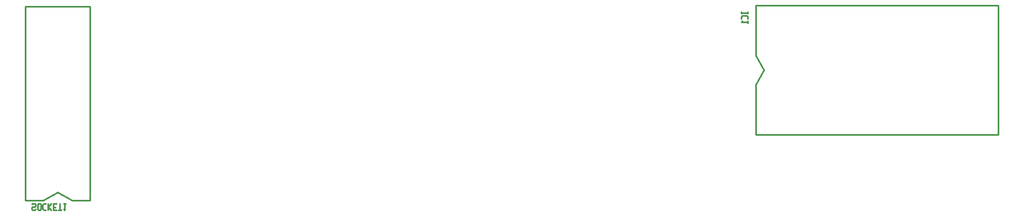
<source format=gbr>
G04 start of page 9 for group -4078 idx -4078 *
G04 Title: (unknown), bottomsilk *
G04 Creator: pcb 20110918 *
G04 CreationDate: Fri 10 Jan 2014 09:42:05 PM GMT UTC *
G04 For: vince *
G04 Format: Gerber/RS-274X *
G04 PCB-Dimensions: 1000000 160000 *
G04 PCB-Coordinate-Origin: lower left *
%MOIN*%
%FSLAX25Y25*%
%LNBOTTOMSILK*%
%ADD50C,0.0100*%
G54D50*X490000Y140500D02*X640000D01*
Y60500D01*
X490000D02*X640000D01*
X490000Y91500D02*Y60500D01*
Y91500D02*X495000Y100500D01*
X490000Y109500D01*
Y140500D02*Y109500D01*
X38000Y140000D02*Y20000D01*
Y140000D02*X78000D01*
Y20000D01*
X67000D02*X78000D01*
X67000D02*X58000Y25000D01*
X49000Y20000D01*
X38000D02*X49000D01*
X481000Y135500D02*Y136500D01*
Y136000D02*X485000D01*
Y135500D02*Y136500D01*
Y132300D02*Y133600D01*
X484300Y134300D02*X485000Y133600D01*
X481700Y134300D02*X484300D01*
X481700D02*X481000Y133600D01*
Y132300D02*Y133600D01*
X481800Y131100D02*X481000Y130300D01*
X485000D01*
Y129600D02*Y131100D01*
X44000Y14000D02*X44500Y14500D01*
X42500Y14000D02*X44000D01*
X42000Y14500D02*X42500Y14000D01*
X42000Y14500D02*Y15500D01*
X42500Y16000D01*
X44000D01*
X44500Y16500D01*
Y17500D01*
X44000Y18000D02*X44500Y17500D01*
X42500Y18000D02*X44000D01*
X42000Y17500D02*X42500Y18000D01*
X45700Y14500D02*Y17500D01*
Y14500D02*X46200Y14000D01*
X47200D01*
X47700Y14500D01*
Y17500D01*
X47200Y18000D02*X47700Y17500D01*
X46200Y18000D02*X47200D01*
X45700Y17500D02*X46200Y18000D01*
X49600D02*X50900D01*
X48900Y17300D02*X49600Y18000D01*
X48900Y14700D02*Y17300D01*
Y14700D02*X49600Y14000D01*
X50900D01*
X52100D02*Y18000D01*
Y16000D02*X54100Y14000D01*
X52100Y16000D02*X54100Y18000D01*
X55300Y15800D02*X56800D01*
X55300Y18000D02*X57300D01*
X55300Y14000D02*Y18000D01*
Y14000D02*X57300D01*
X58500D02*X60500D01*
X59500D02*Y18000D01*
X61700Y14800D02*X62500Y14000D01*
Y18000D01*
X61700D02*X63200D01*
M02*

</source>
